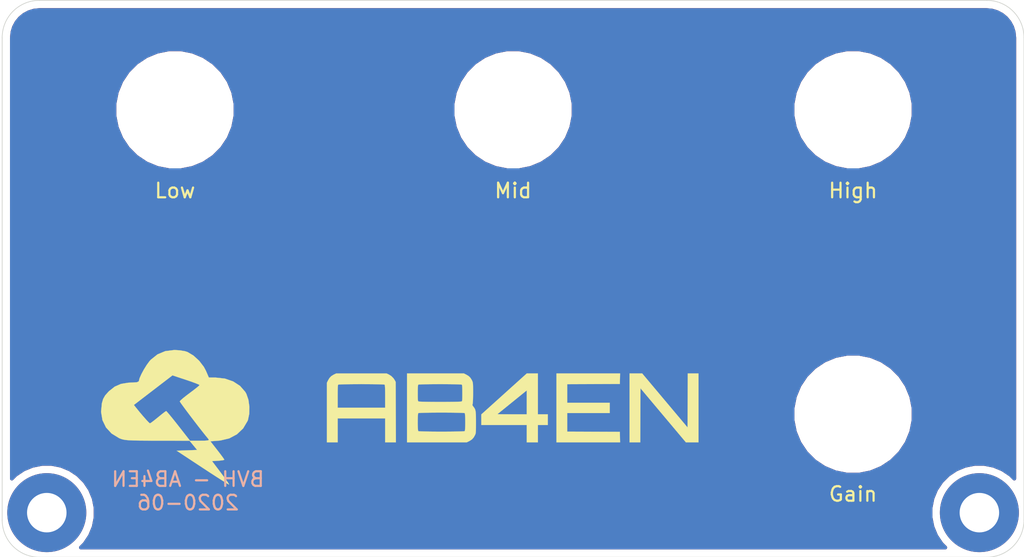
<source format=kicad_pcb>
(kicad_pcb (version 20171130) (host pcbnew "(5.1.6-0-10_14)")

  (general
    (thickness 1.6)
    (drawings 9)
    (tracks 0)
    (zones 0)
    (modules 8)
    (nets 1)
  )

  (page A4)
  (layers
    (0 F.Cu signal)
    (31 B.Cu signal)
    (32 B.Adhes user)
    (33 F.Adhes user)
    (34 B.Paste user)
    (35 F.Paste user)
    (36 B.SilkS user)
    (37 F.SilkS user)
    (38 B.Mask user)
    (39 F.Mask user)
    (40 Dwgs.User user)
    (41 Cmts.User user)
    (42 Eco1.User user)
    (43 Eco2.User user)
    (44 Edge.Cuts user)
    (45 Margin user)
    (46 B.CrtYd user)
    (47 F.CrtYd user)
    (48 B.Fab user)
    (49 F.Fab user)
  )

  (setup
    (last_trace_width 0.25)
    (user_trace_width 0.254)
    (user_trace_width 0.508)
    (user_trace_width 0.762)
    (user_trace_width 1.016)
    (trace_clearance 0.2)
    (zone_clearance 0.508)
    (zone_45_only no)
    (trace_min 0.2)
    (via_size 0.8)
    (via_drill 0.4)
    (via_min_size 0.4)
    (via_min_drill 0.3)
    (uvia_size 0.3)
    (uvia_drill 0.1)
    (uvias_allowed no)
    (uvia_min_size 0.2)
    (uvia_min_drill 0.1)
    (edge_width 0.05)
    (segment_width 0.2)
    (pcb_text_width 0.3)
    (pcb_text_size 1.5 1.5)
    (mod_edge_width 0.12)
    (mod_text_size 1 1)
    (mod_text_width 0.15)
    (pad_size 1.524 1.524)
    (pad_drill 0.762)
    (pad_to_mask_clearance 0.051)
    (solder_mask_min_width 0.25)
    (aux_axis_origin 0 0)
    (visible_elements FFFFFF7F)
    (pcbplotparams
      (layerselection 0x010fc_ffffffff)
      (usegerberextensions false)
      (usegerberattributes false)
      (usegerberadvancedattributes false)
      (creategerberjobfile false)
      (excludeedgelayer true)
      (linewidth 0.100000)
      (plotframeref false)
      (viasonmask false)
      (mode 1)
      (useauxorigin false)
      (hpglpennumber 1)
      (hpglpenspeed 20)
      (hpglpendiameter 15.000000)
      (psnegative false)
      (psa4output false)
      (plotreference true)
      (plotvalue true)
      (plotinvisibletext false)
      (padsonsilk false)
      (subtractmaskfromsilk false)
      (outputformat 1)
      (mirror false)
      (drillshape 0)
      (scaleselection 1)
      (outputdirectory "order 2020-06-02/"))
  )

  (net 0 "")

  (net_class Default "This is the default net class."
    (clearance 0.2)
    (trace_width 0.25)
    (via_dia 0.8)
    (via_drill 0.4)
    (uvia_dia 0.3)
    (uvia_drill 0.1)
  )

  (net_class AGND_SUPPLY ""
    (clearance 0.381)
    (trace_width 0.508)
    (via_dia 1.016)
    (via_drill 0.4)
    (uvia_dia 0.3)
    (uvia_drill 0.1)
  )

  (module BVH_Logos:AB4EN_Orbitron (layer F.Cu) (tedit 0) (tstamp 5ED72950)
    (at 136.5 147.25)
    (fp_text reference G*** (at 0 0) (layer F.SilkS) hide
      (effects (font (size 1.524 1.524) (thickness 0.3)))
    )
    (fp_text value LOGO (at 0.75 0) (layer F.SilkS) hide
      (effects (font (size 1.524 1.524) (thickness 0.3)))
    )
    (fp_poly (pts (xy -8.477895 -2.274845) (xy -8.299053 -2.162423) (xy -8.147666 -2.009433) (xy -8.064692 -1.883084)
      (xy -8.001 -1.763889) (xy -7.985476 2.370667) (xy -8.720667 2.370667) (xy -8.720667 0.733778)
      (xy -11.966223 0.733778) (xy -11.966223 2.370667) (xy -12.7 2.370667) (xy -12.7 -0.770467)
      (xy -11.966223 -0.770467) (xy -11.966223 0) (xy -8.720667 0) (xy -8.720667 -0.770467)
      (xy -8.72145 -1.021674) (xy -8.723911 -1.220539) (xy -8.728224 -1.371144) (xy -8.734561 -1.477572)
      (xy -8.743092 -1.543904) (xy -8.75399 -1.574222) (xy -8.754534 -1.5748) (xy -8.789871 -1.582512)
      (xy -8.875358 -1.589314) (xy -9.004707 -1.595206) (xy -9.171629 -1.600189) (xy -9.369838 -1.604261)
      (xy -9.593045 -1.607424) (xy -9.834964 -1.609676) (xy -10.089305 -1.611019) (xy -10.349781 -1.611452)
      (xy -10.610105 -1.610975) (xy -10.863989 -1.609588) (xy -11.105145 -1.607291) (xy -11.327286 -1.604085)
      (xy -11.524123 -1.599968) (xy -11.68937 -1.594942) (xy -11.816737 -1.589005) (xy -11.899938 -1.582159)
      (xy -11.932356 -1.5748) (xy -11.943364 -1.545993) (xy -11.951997 -1.481354) (xy -11.958427 -1.376802)
      (xy -11.962827 -1.228254) (xy -11.965368 -1.031629) (xy -11.966221 -0.782843) (xy -11.966223 -0.770467)
      (xy -12.7 -0.770467) (xy -12.7 -1.71254) (xy -12.613696 -1.88525) (xy -12.520341 -2.039065)
      (xy -12.407007 -2.15578) (xy -12.257766 -2.250666) (xy -12.206112 -2.275992) (xy -12.065 -2.341893)
      (xy -8.621889 -2.341893) (xy -8.477895 -2.274845)) (layer F.SilkS) (width 0.01))
    (fp_poly (pts (xy -3.166528 -2.25614) (xy -3.012714 -2.162785) (xy -2.895998 -2.049451) (xy -2.801112 -1.90021)
      (xy -2.775786 -1.848556) (xy -2.755061 -1.801841) (xy -2.7392 -1.756396) (xy -2.727551 -1.704122)
      (xy -2.719459 -1.636915) (xy -2.714274 -1.546674) (xy -2.711341 -1.425298) (xy -2.710009 -1.264685)
      (xy -2.709623 -1.056734) (xy -2.70961 -1.027267) (xy -2.710848 -0.797153) (xy -2.714611 -0.599921)
      (xy -2.720672 -0.44131) (xy -2.728806 -0.327063) (xy -2.738784 -0.262917) (xy -2.739884 -0.259453)
      (xy -2.754598 -0.200845) (xy -2.745207 -0.152094) (xy -2.705493 -0.091313) (xy -2.684559 -0.064742)
      (xy -2.635182 0.000391) (xy -2.596177 0.063749) (xy -2.566334 0.13287) (xy -2.544448 0.21529)
      (xy -2.529312 0.318549) (xy -2.519718 0.450183) (xy -2.514459 0.617729) (xy -2.512328 0.828726)
      (xy -2.512054 1.012493) (xy -2.512332 1.234059) (xy -2.513374 1.406943) (xy -2.515774 1.538907)
      (xy -2.520126 1.637714) (xy -2.527024 1.711125) (xy -2.537063 1.766902) (xy -2.550837 1.812808)
      (xy -2.568941 1.856605) (xy -2.57823 1.876778) (xy -2.669674 2.039253) (xy -2.778569 2.161253)
      (xy -2.920184 2.258708) (xy -2.968972 2.284362) (xy -3.141683 2.370667) (xy -7.224889 2.370667)
      (xy -7.224889 0.925733) (xy -6.492998 0.925733) (xy -6.492692 1.090176) (xy -6.4899 1.248082)
      (xy -6.484622 1.388963) (xy -6.476858 1.502331) (xy -6.466608 1.577698) (xy -6.457245 1.603022)
      (xy -6.421907 1.610734) (xy -6.33642 1.617536) (xy -6.207072 1.623428) (xy -6.040149 1.628411)
      (xy -5.841941 1.632483) (xy -5.618733 1.635646) (xy -5.376815 1.637898) (xy -5.122474 1.639241)
      (xy -4.861998 1.639674) (xy -4.601674 1.639197) (xy -4.34779 1.63781) (xy -4.106634 1.635513)
      (xy -3.884493 1.632307) (xy -3.687656 1.62819) (xy -3.522409 1.623164) (xy -3.395042 1.617228)
      (xy -3.31184 1.610381) (xy -3.279423 1.603022) (xy -3.267301 1.56321) (xy -3.257664 1.477497)
      (xy -3.250513 1.356369) (xy -3.245849 1.210315) (xy -3.243669 1.049822) (xy -3.243976 0.885379)
      (xy -3.246768 0.727473) (xy -3.252046 0.586592) (xy -3.25981 0.473224) (xy -3.270059 0.397857)
      (xy -3.279423 0.372533) (xy -3.31476 0.364821) (xy -3.400247 0.358019) (xy -3.529596 0.352127)
      (xy -3.696518 0.347145) (xy -3.894727 0.343072) (xy -4.117934 0.33991) (xy -4.359852 0.337657)
      (xy -4.614194 0.336314) (xy -4.87467 0.335881) (xy -5.134994 0.336358) (xy -5.388878 0.337745)
      (xy -5.630034 0.340042) (xy -5.852175 0.343249) (xy -6.049012 0.347365) (xy -6.214258 0.352392)
      (xy -6.341626 0.358328) (xy -6.424827 0.365174) (xy -6.457245 0.372533) (xy -6.469367 0.412345)
      (xy -6.479004 0.498059) (xy -6.486154 0.619187) (xy -6.490819 0.765241) (xy -6.492998 0.925733)
      (xy -7.224889 0.925733) (xy -7.224889 -0.997647) (xy -6.491112 -0.997647) (xy -6.490668 -0.807966)
      (xy -6.488892 -0.667007) (xy -6.485118 -0.567051) (xy -6.47868 -0.500379) (xy -6.46891 -0.459272)
      (xy -6.455143 -0.436012) (xy -6.441723 -0.425594) (xy -6.402565 -0.41898) (xy -6.313583 -0.413167)
      (xy -6.181393 -0.408158) (xy -6.012609 -0.403955) (xy -5.813848 -0.400562) (xy -5.591723 -0.397981)
      (xy -5.352851 -0.396215) (xy -5.103847 -0.395267) (xy -4.851325 -0.395139) (xy -4.6019 -0.395836)
      (xy -4.362189 -0.397359) (xy -4.138806 -0.399711) (xy -3.938367 -0.402896) (xy -3.767485 -0.406915)
      (xy -3.632778 -0.411773) (xy -3.54086 -0.417471) (xy -3.498345 -0.424013) (xy -3.497701 -0.424326)
      (xy -3.478786 -0.437781) (xy -3.464816 -0.460192) (xy -3.455048 -0.499369) (xy -3.448738 -0.563118)
      (xy -3.445142 -0.659251) (xy -3.443515 -0.795573) (xy -3.443113 -0.979895) (xy -3.443112 -0.997237)
      (xy -3.444433 -1.210254) (xy -3.44855 -1.370813) (xy -3.455693 -1.482841) (xy -3.466093 -1.550267)
      (xy -3.476978 -1.5748) (xy -3.512552 -1.582754) (xy -3.59806 -1.589735) (xy -3.726997 -1.595743)
      (xy -3.892862 -1.60078) (xy -4.089151 -1.604843) (xy -4.309362 -1.607934) (xy -4.546992 -1.610053)
      (xy -4.795537 -1.611199) (xy -5.048496 -1.611373) (xy -5.299364 -1.610574) (xy -5.541639 -1.608803)
      (xy -5.768819 -1.606059) (xy -5.9744 -1.602343) (xy -6.151879 -1.597654) (xy -6.294754 -1.591993)
      (xy -6.396522 -1.585359) (xy -6.450679 -1.577753) (xy -6.457245 -1.5748) (xy -6.470437 -1.540389)
      (xy -6.480184 -1.46452) (xy -6.486717 -1.343266) (xy -6.490266 -1.172701) (xy -6.491112 -0.997647)
      (xy -7.224889 -0.997647) (xy -7.224889 -2.342444) (xy -3.339238 -2.342444) (xy -3.166528 -2.25614)) (layer F.SilkS) (width 0.01))
    (fp_poly (pts (xy 1.721555 0.451556) (xy 2.398888 0.451556) (xy 2.398888 1.185333) (xy 1.721555 1.185333)
      (xy 1.721555 2.370667) (xy 0.959555 2.370667) (xy 0.959555 1.185333) (xy -2.144889 1.185333)
      (xy -2.144889 0.459109) (xy -2.124473 0.440695) (xy -1.041871 0.440695) (xy -1.017479 0.443196)
      (xy -0.942872 0.445493) (xy -0.824278 0.447519) (xy -0.667924 0.449206) (xy -0.480041 0.450487)
      (xy -0.266856 0.451292) (xy -0.047038 0.451556) (xy 0.959555 0.451556) (xy 0.959555 -1.183472)
      (xy -0.035278 -0.376818) (xy -0.23992 -0.210858) (xy -0.430885 -0.055934) (xy -0.603748 0.084358)
      (xy -0.75408 0.206423) (xy -0.877456 0.306666) (xy -0.96945 0.381492) (xy -1.025634 0.427306)
      (xy -1.041871 0.440695) (xy -2.124473 0.440695) (xy -0.591753 -0.941668) (xy 0.961383 -2.342444)
      (xy 1.721555 -2.342444) (xy 1.721555 0.451556)) (layer F.SilkS) (width 0.01))
    (fp_poly (pts (xy 7.323666 -1.622778) (xy 5.5245 -1.615513) (xy 3.725333 -1.608249) (xy 3.725333 -0.338667)
      (xy 6.632222 -0.338667) (xy 6.632222 0.366889) (xy 3.725333 0.366889) (xy 3.725333 1.636471)
      (xy 5.5245 1.643735) (xy 7.323666 1.651) (xy 7.331565 2.010833) (xy 7.339464 2.370667)
      (xy 2.991555 2.370667) (xy 2.991555 -2.342444) (xy 7.339464 -2.342444) (xy 7.323666 -1.622778)) (layer F.SilkS) (width 0.01))
    (fp_poly (pts (xy 10.40136 -0.495595) (xy 11.952111 1.351255) (xy 11.959369 -0.495595) (xy 11.966628 -2.342444)
      (xy 12.7 -2.342444) (xy 12.7 2.370667) (xy 12.269611 2.370657) (xy 11.839222 2.370646)
      (xy 10.287 0.521745) (xy 8.734777 -1.327156) (xy 8.727519 0.521755) (xy 8.72026 2.370667)
      (xy 7.986888 2.370667) (xy 7.986888 -2.342444) (xy 8.850609 -2.342444) (xy 10.40136 -0.495595)) (layer F.SilkS) (width 0.01))
  )

  (module Mounting_Holes:MountingHole_2.7mm_M2.5_Pad (layer F.Cu) (tedit 56D1B4CB) (tstamp 5EC20DFE)
    (at 168.402 154.432)
    (descr "Mounting Hole 2.7mm, M2.5")
    (tags "mounting hole 2.7mm m2.5")
    (attr virtual)
    (fp_text reference REF** (at 0 -3.7) (layer F.SilkS) hide
      (effects (font (size 1 1) (thickness 0.15)))
    )
    (fp_text value MountingHole_2.7mm_M2.5_Pad (at 0 3.7) (layer F.Fab) hide
      (effects (font (size 1 1) (thickness 0.15)))
    )
    (fp_circle (center 0 0) (end 2.7 0) (layer Cmts.User) (width 0.15))
    (fp_circle (center 0 0) (end 2.95 0) (layer F.CrtYd) (width 0.05))
    (fp_text user %R (at 0.3 0) (layer F.Fab)
      (effects (font (size 1 1) (thickness 0.15)))
    )
    (pad 1 thru_hole circle (at 0 0) (size 5.4 5.4) (drill 2.7) (layers *.Cu *.Mask))
  )

  (module Mounting_Holes:MountingHole_2.7mm_M2.5_Pad (layer F.Cu) (tedit 56D1B4CB) (tstamp 5EC20E22)
    (at 104.648 154.432)
    (descr "Mounting Hole 2.7mm, M2.5")
    (tags "mounting hole 2.7mm m2.5")
    (attr virtual)
    (fp_text reference REF** (at 0 -3.7) (layer F.SilkS) hide
      (effects (font (size 1 1) (thickness 0.15)))
    )
    (fp_text value MountingHole_2.7mm_M2.5_Pad (at 0 3.7) (layer F.Fab) hide
      (effects (font (size 1 1) (thickness 0.15)))
    )
    (fp_circle (center 0 0) (end 2.7 0) (layer Cmts.User) (width 0.15))
    (fp_circle (center 0 0) (end 2.95 0) (layer F.CrtYd) (width 0.05))
    (fp_text user %R (at 0.3 0) (layer F.Fab)
      (effects (font (size 1 1) (thickness 0.15)))
    )
    (pad 1 thru_hole circle (at 0 0) (size 5.4 5.4) (drill 2.7) (layers *.Cu *.Mask))
  )

  (module BVH_Logos:SkyIron_logo (layer F.Cu) (tedit 5EC1B493) (tstamp 5ED66C08)
    (at 113.4 147.9)
    (fp_text reference G*** (at 0 0) (layer F.SilkS) hide
      (effects (font (size 1.524 1.524) (thickness 0.3)))
    )
    (fp_text value LOGO (at 0.75 0) (layer F.SilkS) hide
      (effects (font (size 1.524 1.524) (thickness 0.3)))
    )
    (fp_poly (pts (xy 0.352298 -4.573742) (xy 0.683687 -4.517714) (xy 0.86272 -4.462771) (xy 1.273325 -4.218391)
      (xy 1.66531 -3.860141) (xy 1.987328 -3.44029) (xy 2.128218 -3.174524) (xy 2.328333 -2.712223)
      (xy 2.794 -2.710306) (xy 3.425409 -2.641024) (xy 3.988288 -2.447098) (xy 4.458635 -2.141285)
      (xy 4.812451 -1.736342) (xy 4.894001 -1.594084) (xy 5.032153 -1.193063) (xy 5.09823 -0.714943)
      (xy 5.089066 -0.230464) (xy 5.001495 0.189635) (xy 4.976721 0.254) (xy 4.672386 0.76751)
      (xy 4.248022 1.170759) (xy 3.722002 1.45105) (xy 3.112699 1.595686) (xy 3.022731 1.604313)
      (xy 2.434717 1.651) (xy 2.910692 2.258653) (xy 3.120043 2.530443) (xy 3.282456 2.749903)
      (xy 3.374432 2.884854) (xy 3.386666 2.910395) (xy 3.310537 2.940286) (xy 3.116056 2.9681)
      (xy 2.967047 2.980076) (xy 2.547428 3.005667) (xy 3.143716 3.795609) (xy 3.374536 4.106555)
      (xy 3.558739 4.364629) (xy 3.677279 4.542435) (xy 3.711502 4.612312) (xy 3.636134 4.575026)
      (xy 3.438977 4.456125) (xy 3.139225 4.267785) (xy 2.756075 4.022182) (xy 2.308721 3.731492)
      (xy 1.905 3.46641) (xy 0.127 2.293746) (xy 0.827415 2.268707) (xy 1.527831 2.243667)
      (xy 1.003671 1.608667) (xy -1.212665 1.606807) (xy -1.890604 1.605383) (xy -2.421873 1.601369)
      (xy -2.829131 1.593245) (xy -3.135035 1.579491) (xy -3.362246 1.558584) (xy -3.533422 1.529005)
      (xy -3.671223 1.489233) (xy -3.798308 1.437746) (xy -3.81 1.432483) (xy -4.323592 1.116403)
      (xy -4.705101 0.701144) (xy -4.946681 0.20259) (xy -5.040481 -0.363375) (xy -4.996269 -0.836434)
      (xy -2.798242 -0.836434) (xy -2.647955 -0.647268) (xy -2.402018 -0.344738) (xy -2.159008 -0.057756)
      (xy -1.944327 0.184998) (xy -1.783377 0.354841) (xy -1.701563 0.423095) (xy -1.699719 0.423334)
      (xy -1.614557 0.372883) (xy -1.435575 0.239209) (xy -1.197916 0.048824) (xy -1.141472 0.00215)
      (xy -0.896728 -0.197243) (xy -0.704357 -0.346257) (xy -0.598946 -0.418301) (xy -0.590825 -0.421183)
      (xy -0.526179 -0.358752) (xy -0.377132 -0.185219) (xy -0.162685 0.07642) (xy 0.098158 0.403172)
      (xy 0.246985 0.592667) (xy 1.04062 1.608667) (xy 1.718765 1.608667) (xy 2.05191 1.606201)
      (xy 2.243124 1.593901) (xy 2.319792 1.564409) (xy 2.309298 1.51037) (xy 2.270337 1.4605)
      (xy 2.104335 1.259055) (xy 1.881268 0.978433) (xy 1.620458 0.644065) (xy 1.34123 0.281383)
      (xy 1.062906 -0.084183) (xy 0.804811 -0.427202) (xy 0.586267 -0.722242) (xy 0.4266 -0.943873)
      (xy 0.345131 -1.066663) (xy 0.338666 -1.081696) (xy 0.402718 -1.158891) (xy 0.575234 -1.309563)
      (xy 0.826753 -1.508952) (xy 1.016 -1.651) (xy 1.302246 -1.866231) (xy 1.528633 -2.045344)
      (xy 1.665847 -2.164631) (xy 1.693333 -2.1988) (xy 1.61797 -2.243222) (xy 1.413127 -2.326799)
      (xy 1.110671 -2.437298) (xy 0.766626 -2.554522) (xy -0.16008 -2.860681) (xy -1.479161 -1.848558)
      (xy -2.798242 -0.836434) (xy -4.996269 -0.836434) (xy -4.985894 -0.94744) (xy -4.89946 -1.246889)
      (xy -4.759666 -1.492027) (xy -4.525047 -1.753243) (xy -4.492198 -1.785465) (xy -4.106769 -2.090263)
      (xy -3.679934 -2.276987) (xy -3.167773 -2.361616) (xy -2.883508 -2.370666) (xy -2.591044 -2.390779)
      (xy -2.462171 -2.451268) (xy -2.455267 -2.4765) (xy -2.408653 -2.665778) (xy -2.286395 -2.943484)
      (xy -2.11462 -3.262706) (xy -1.919456 -3.576536) (xy -1.727032 -3.838063) (xy -1.647167 -3.92734)
      (xy -1.181632 -4.298801) (xy -0.65499 -4.518799) (xy -0.047036 -4.595544) (xy -0.001976 -4.595766)
      (xy 0.352298 -4.573742)) (layer F.SilkS) (width 0.01))
  )

  (module BVH_Components_Misc:Potentiometer_Bulkhead_Hole (layer F.Cu) (tedit 5ED65709) (tstamp 5ED655FA)
    (at 113.411 134.366)
    (descr "Potentiometer, horizontally mounted, Omeg PC16PU, Omeg PC16PU, Omeg PC16PU, Vishay/Spectrol 248GJ/249GJ Single, Vishay/Spectrol 248GJ/249GJ Single, Vishay/Spectrol 248GJ/249GJ Single, Vishay/Spectrol 248GH/249GH Single, Vishay/Spectrol 148/149 Single, Vishay/Spectrol 148/149 Single, Vishay/Spectrol 148/149 Single, Vishay/Spectrol 148A/149A Single with mounting plates, Vishay/Spectrol 148/149 Double, Vishay/Spectrol 148A/149A Double with mounting plates, Piher PC-16 Single, Piher PC-16 Single, Piher PC-16 Single, Piher PC-16SV Single, Piher PC-16 Double, Piher PC-16 Triple, Piher T16H Single, Piher T16L Single, Piher T16H Double, Alps RK163 Single, Alps RK163 Double, Alps RK097 Single, Alps RK097 Double, Bourns PTV09A-2 Single with mounting sleve Single, Bourns PTV09A-1 with mounting sleve Single, Bourns PRS11S Single, Alps RK09K Single with mounting sleve Single, Alps RK09K with mounting sleve Single, http://www.alps.com/prod/info/E/HTML/Potentiometer/RotaryPotentiometers/RK09K/RK09D1130C1B.html")
    (tags "Potentiometer horizontal  Omeg PC16PU  Omeg PC16PU  Omeg PC16PU  Vishay/Spectrol 248GJ/249GJ Single  Vishay/Spectrol 248GJ/249GJ Single  Vishay/Spectrol 248GJ/249GJ Single  Vishay/Spectrol 248GH/249GH Single  Vishay/Spectrol 148/149 Single  Vishay/Spectrol 148/149 Single  Vishay/Spectrol 148/149 Single  Vishay/Spectrol 148A/149A Single with mounting plates  Vishay/Spectrol 148/149 Double  Vishay/Spectrol 148A/149A Double with mounting plates  Piher PC-16 Single  Piher PC-16 Single  Piher PC-16 Single  Piher PC-16SV Single  Piher PC-16 Double  Piher PC-16 Triple  Piher T16H Single  Piher T16L Single  Piher T16H Double  Alps RK163 Single  Alps RK163 Double  Alps RK097 Single  Alps RK097 Double  Bourns PTV09A-2 Single with mounting sleve Single  Bourns PTV09A-1 with mounting sleve Single  Bourns PRS11S Single  Alps RK09K Single with mounting sleve Single  Alps RK09K with mounting sleve Single")
    (path /5E39A5DA/5E4118E7)
    (fp_text reference RV1 (at -7.65 -6.05 90) (layer F.Fab)
      (effects (font (size 1 1) (thickness 0.15)))
    )
    (fp_text value 10k (at 7.65 -6.05 90) (layer F.Fab)
      (effects (font (size 1 1) (thickness 0.15)))
    )
    (fp_line (start -4.9 -1) (end 4.9 -1) (layer F.Fab) (width 0.1))
    (fp_line (start 4.9 -1) (end 4.9 -13) (layer F.Fab) (width 0.1))
    (fp_line (start 4.9 -13) (end -4.9 -13) (layer F.Fab) (width 0.1))
    (fp_line (start -4.9 -13) (end -4.9 -1) (layer F.Fab) (width 0.1))
    (fp_text user Low (at 0 -1.966) (layer F.SilkS)
      (effects (font (size 1 1) (thickness 0.15)))
    )
    (pad "" np_thru_hole circle (at 0 -7.5) (size 7 7) (drill 7) (layers *.Cu *.Mask))
    (model Potentiometers.3dshapes/Potentiometer_Alps_RK09K_Horizontal.wrl
      (at (xyz 0 0 0))
      (scale (xyz 0.393701 0.393701 0.393701))
      (rotate (xyz 0 0 0))
    )
  )

  (module BVH_Components_Misc:Potentiometer_Bulkhead_Hole (layer F.Cu) (tedit 5ED65709) (tstamp 5EC1FADC)
    (at 159.766 155.194)
    (descr "Potentiometer, horizontally mounted, Omeg PC16PU, Omeg PC16PU, Omeg PC16PU, Vishay/Spectrol 248GJ/249GJ Single, Vishay/Spectrol 248GJ/249GJ Single, Vishay/Spectrol 248GJ/249GJ Single, Vishay/Spectrol 248GH/249GH Single, Vishay/Spectrol 148/149 Single, Vishay/Spectrol 148/149 Single, Vishay/Spectrol 148/149 Single, Vishay/Spectrol 148A/149A Single with mounting plates, Vishay/Spectrol 148/149 Double, Vishay/Spectrol 148A/149A Double with mounting plates, Piher PC-16 Single, Piher PC-16 Single, Piher PC-16 Single, Piher PC-16SV Single, Piher PC-16 Double, Piher PC-16 Triple, Piher T16H Single, Piher T16L Single, Piher T16H Double, Alps RK163 Single, Alps RK163 Double, Alps RK097 Single, Alps RK097 Double, Bourns PTV09A-2 Single with mounting sleve Single, Bourns PTV09A-1 with mounting sleve Single, Bourns PRS11S Single, Alps RK09K Single with mounting sleve Single, Alps RK09K with mounting sleve Single, http://www.alps.com/prod/info/E/HTML/Potentiometer/RotaryPotentiometers/RK09K/RK09D1130C1B.html")
    (tags "Potentiometer horizontal  Omeg PC16PU  Omeg PC16PU  Omeg PC16PU  Vishay/Spectrol 248GJ/249GJ Single  Vishay/Spectrol 248GJ/249GJ Single  Vishay/Spectrol 248GJ/249GJ Single  Vishay/Spectrol 248GH/249GH Single  Vishay/Spectrol 148/149 Single  Vishay/Spectrol 148/149 Single  Vishay/Spectrol 148/149 Single  Vishay/Spectrol 148A/149A Single with mounting plates  Vishay/Spectrol 148/149 Double  Vishay/Spectrol 148A/149A Double with mounting plates  Piher PC-16 Single  Piher PC-16 Single  Piher PC-16 Single  Piher PC-16SV Single  Piher PC-16 Double  Piher PC-16 Triple  Piher T16H Single  Piher T16L Single  Piher T16H Double  Alps RK163 Single  Alps RK163 Double  Alps RK097 Single  Alps RK097 Double  Bourns PTV09A-2 Single with mounting sleve Single  Bourns PTV09A-1 with mounting sleve Single  Bourns PRS11S Single  Alps RK09K Single with mounting sleve Single  Alps RK09K with mounting sleve Single")
    (path /5E413EC8/5E4C4B5E)
    (fp_text reference RV4 (at -7.65 -6.05 90) (layer F.Fab)
      (effects (font (size 1 1) (thickness 0.15)))
    )
    (fp_text value 10k (at 7.65 -6.05 90) (layer F.Fab)
      (effects (font (size 1 1) (thickness 0.15)))
    )
    (fp_line (start -4.9 -1) (end 4.9 -1) (layer F.Fab) (width 0.1))
    (fp_line (start 4.9 -1) (end 4.9 -13) (layer F.Fab) (width 0.1))
    (fp_line (start 4.9 -13) (end -4.9 -13) (layer F.Fab) (width 0.1))
    (fp_line (start -4.9 -13) (end -4.9 -1) (layer F.Fab) (width 0.1))
    (fp_text user Gain (at 0 -2.032) (layer F.SilkS)
      (effects (font (size 1 1) (thickness 0.15)))
    )
    (pad "" np_thru_hole circle (at 0 -7.5) (size 7 7) (drill 7) (layers *.Cu *.Mask))
    (model Potentiometers.3dshapes/Potentiometer_Alps_RK09K_Horizontal.wrl
      (at (xyz 0 0 0))
      (scale (xyz 0.393701 0.393701 0.393701))
      (rotate (xyz 0 0 0))
    )
  )

  (module BVH_Components_Misc:Potentiometer_Bulkhead_Hole (layer F.Cu) (tedit 5ED65709) (tstamp 5EC1D621)
    (at 159.766 134.366)
    (descr "Potentiometer, horizontally mounted, Omeg PC16PU, Omeg PC16PU, Omeg PC16PU, Vishay/Spectrol 248GJ/249GJ Single, Vishay/Spectrol 248GJ/249GJ Single, Vishay/Spectrol 248GJ/249GJ Single, Vishay/Spectrol 248GH/249GH Single, Vishay/Spectrol 148/149 Single, Vishay/Spectrol 148/149 Single, Vishay/Spectrol 148/149 Single, Vishay/Spectrol 148A/149A Single with mounting plates, Vishay/Spectrol 148/149 Double, Vishay/Spectrol 148A/149A Double with mounting plates, Piher PC-16 Single, Piher PC-16 Single, Piher PC-16 Single, Piher PC-16SV Single, Piher PC-16 Double, Piher PC-16 Triple, Piher T16H Single, Piher T16L Single, Piher T16H Double, Alps RK163 Single, Alps RK163 Double, Alps RK097 Single, Alps RK097 Double, Bourns PTV09A-2 Single with mounting sleve Single, Bourns PTV09A-1 with mounting sleve Single, Bourns PRS11S Single, Alps RK09K Single with mounting sleve Single, Alps RK09K with mounting sleve Single, http://www.alps.com/prod/info/E/HTML/Potentiometer/RotaryPotentiometers/RK09K/RK09D1130C1B.html")
    (tags "Potentiometer horizontal  Omeg PC16PU  Omeg PC16PU  Omeg PC16PU  Vishay/Spectrol 248GJ/249GJ Single  Vishay/Spectrol 248GJ/249GJ Single  Vishay/Spectrol 248GJ/249GJ Single  Vishay/Spectrol 248GH/249GH Single  Vishay/Spectrol 148/149 Single  Vishay/Spectrol 148/149 Single  Vishay/Spectrol 148/149 Single  Vishay/Spectrol 148A/149A Single with mounting plates  Vishay/Spectrol 148/149 Double  Vishay/Spectrol 148A/149A Double with mounting plates  Piher PC-16 Single  Piher PC-16 Single  Piher PC-16 Single  Piher PC-16SV Single  Piher PC-16 Double  Piher PC-16 Triple  Piher T16H Single  Piher T16L Single  Piher T16H Double  Alps RK163 Single  Alps RK163 Double  Alps RK097 Single  Alps RK097 Double  Bourns PTV09A-2 Single with mounting sleve Single  Bourns PTV09A-1 with mounting sleve Single  Bourns PRS11S Single  Alps RK09K Single with mounting sleve Single  Alps RK09K with mounting sleve Single")
    (path /5E41292B/5E4118E7)
    (fp_text reference RV3 (at -7.65 -6.05 90) (layer F.Fab)
      (effects (font (size 1 1) (thickness 0.15)))
    )
    (fp_text value 10k (at 7.65 -6.05 90) (layer F.Fab)
      (effects (font (size 1 1) (thickness 0.15)))
    )
    (fp_line (start -4.9 -13) (end -4.9 -1) (layer F.Fab) (width 0.1))
    (fp_line (start 4.9 -13) (end -4.9 -13) (layer F.Fab) (width 0.1))
    (fp_line (start 4.9 -1) (end 4.9 -13) (layer F.Fab) (width 0.1))
    (fp_line (start -4.9 -1) (end 4.9 -1) (layer F.Fab) (width 0.1))
    (fp_text user High (at 0 -1.966) (layer F.SilkS)
      (effects (font (size 1 1) (thickness 0.15)))
    )
    (pad "" np_thru_hole circle (at 0 -7.5) (size 7 7) (drill 7) (layers *.Cu *.Mask))
    (model Potentiometers.3dshapes/Potentiometer_Alps_RK09K_Horizontal.wrl
      (at (xyz 0 0 0))
      (scale (xyz 0.393701 0.393701 0.393701))
      (rotate (xyz 0 0 0))
    )
  )

  (module BVH_Components_Misc:Potentiometer_Bulkhead_Hole (layer F.Cu) (tedit 5ED65709) (tstamp 5EC1D483)
    (at 136.525 134.366)
    (descr "Potentiometer, horizontally mounted, Omeg PC16PU, Omeg PC16PU, Omeg PC16PU, Vishay/Spectrol 248GJ/249GJ Single, Vishay/Spectrol 248GJ/249GJ Single, Vishay/Spectrol 248GJ/249GJ Single, Vishay/Spectrol 248GH/249GH Single, Vishay/Spectrol 148/149 Single, Vishay/Spectrol 148/149 Single, Vishay/Spectrol 148/149 Single, Vishay/Spectrol 148A/149A Single with mounting plates, Vishay/Spectrol 148/149 Double, Vishay/Spectrol 148A/149A Double with mounting plates, Piher PC-16 Single, Piher PC-16 Single, Piher PC-16 Single, Piher PC-16SV Single, Piher PC-16 Double, Piher PC-16 Triple, Piher T16H Single, Piher T16L Single, Piher T16H Double, Alps RK163 Single, Alps RK163 Double, Alps RK097 Single, Alps RK097 Double, Bourns PTV09A-2 Single with mounting sleve Single, Bourns PTV09A-1 with mounting sleve Single, Bourns PRS11S Single, Alps RK09K Single with mounting sleve Single, Alps RK09K with mounting sleve Single, http://www.alps.com/prod/info/E/HTML/Potentiometer/RotaryPotentiometers/RK09K/RK09D1130C1B.html")
    (tags "Potentiometer horizontal  Omeg PC16PU  Omeg PC16PU  Omeg PC16PU  Vishay/Spectrol 248GJ/249GJ Single  Vishay/Spectrol 248GJ/249GJ Single  Vishay/Spectrol 248GJ/249GJ Single  Vishay/Spectrol 248GH/249GH Single  Vishay/Spectrol 148/149 Single  Vishay/Spectrol 148/149 Single  Vishay/Spectrol 148/149 Single  Vishay/Spectrol 148A/149A Single with mounting plates  Vishay/Spectrol 148/149 Double  Vishay/Spectrol 148A/149A Double with mounting plates  Piher PC-16 Single  Piher PC-16 Single  Piher PC-16 Single  Piher PC-16SV Single  Piher PC-16 Double  Piher PC-16 Triple  Piher T16H Single  Piher T16L Single  Piher T16H Double  Alps RK163 Single  Alps RK163 Double  Alps RK097 Single  Alps RK097 Double  Bourns PTV09A-2 Single with mounting sleve Single  Bourns PTV09A-1 with mounting sleve Single  Bourns PRS11S Single  Alps RK09K Single with mounting sleve Single  Alps RK09K with mounting sleve Single")
    (path /5E41281A/5E4118E7)
    (fp_text reference RV2 (at -7.65 -6.05 90) (layer F.Fab)
      (effects (font (size 1 1) (thickness 0.15)))
    )
    (fp_text value 10k (at 7.65 -6.05 90) (layer F.Fab)
      (effects (font (size 1 1) (thickness 0.15)))
    )
    (fp_line (start -4.9 -1) (end 4.9 -1) (layer F.Fab) (width 0.1))
    (fp_line (start 4.9 -1) (end 4.9 -13) (layer F.Fab) (width 0.1))
    (fp_line (start 4.9 -13) (end -4.9 -13) (layer F.Fab) (width 0.1))
    (fp_line (start -4.9 -13) (end -4.9 -1) (layer F.Fab) (width 0.1))
    (fp_text user Mid (at 0 -1.966) (layer F.SilkS)
      (effects (font (size 1 1) (thickness 0.15)))
    )
    (pad "" np_thru_hole circle (at 0 -7.5) (size 7 7) (drill 7) (layers *.Cu *.Mask))
    (model Potentiometers.3dshapes/Potentiometer_Alps_RK09K_Horizontal.wrl
      (at (xyz 0 0 0))
      (scale (xyz 0.393701 0.393701 0.393701))
      (rotate (xyz 0 0 0))
    )
  )

  (gr_text "BVH - AB4EN\n2020-06" (at 114.3 152.95) (layer B.SilkS)
    (effects (font (size 1 1) (thickness 0.15)) (justify mirror))
  )
  (gr_line (start 104.14 157.48) (end 168.91 157.48) (layer Edge.Cuts) (width 0.05) (tstamp 5ED66BF9))
  (gr_arc (start 104.14 121.92) (end 104.14 119.38) (angle -90) (layer Edge.Cuts) (width 0.05))
  (gr_arc (start 104.14 154.94) (end 101.6 154.94) (angle -90) (layer Edge.Cuts) (width 0.05))
  (gr_arc (start 168.91 154.94) (end 168.91 157.48) (angle -90) (layer Edge.Cuts) (width 0.05))
  (gr_arc (start 168.91 121.92) (end 171.45 121.92) (angle -90) (layer Edge.Cuts) (width 0.05))
  (gr_line (start 101.6 154.94) (end 101.6 121.92) (layer Edge.Cuts) (width 0.05) (tstamp 5EC1D65F))
  (gr_line (start 171.45 121.92) (end 171.45 154.94) (layer Edge.Cuts) (width 0.05) (tstamp 5EC1D827))
  (gr_line (start 104.14 119.38) (end 168.91 119.38) (layer Edge.Cuts) (width 0.05) (tstamp 5EC1AC41))

  (zone (net 0) (net_name "") (layer F.Cu) (tstamp 5ED7297D) (hatch edge 0.508)
    (connect_pads (clearance 0.508))
    (min_thickness 0.254)
    (fill yes (arc_segments 32) (thermal_gap 0.508) (thermal_bridge_width 0.508))
    (polygon
      (pts
        (xy 171.35 157.45) (xy 101.5 157.45) (xy 101.5 119.5) (xy 101.55 119.45) (xy 171.35 119.45)
      )
    )
    (filled_polygon
      (pts
        (xy 169.274545 120.078909) (xy 169.625208 120.18478) (xy 169.948625 120.356744) (xy 170.232484 120.588254) (xy 170.465965 120.870486)
        (xy 170.640183 121.192695) (xy 170.748502 121.542614) (xy 170.79 121.937443) (xy 170.790001 152.103598) (xy 170.527939 151.841536)
        (xy 169.981715 151.476561) (xy 169.374784 151.225162) (xy 168.730469 151.097) (xy 168.073531 151.097) (xy 167.429216 151.225162)
        (xy 166.822285 151.476561) (xy 166.276061 151.841536) (xy 165.811536 152.306061) (xy 165.446561 152.852285) (xy 165.195162 153.459216)
        (xy 165.067 154.103531) (xy 165.067 154.760469) (xy 165.195162 155.404784) (xy 165.446561 156.011715) (xy 165.811536 156.557939)
        (xy 166.073597 156.82) (xy 106.976403 156.82) (xy 107.238464 156.557939) (xy 107.603439 156.011715) (xy 107.854838 155.404784)
        (xy 107.983 154.760469) (xy 107.983 154.103531) (xy 107.854838 153.459216) (xy 107.603439 152.852285) (xy 107.238464 152.306061)
        (xy 106.773939 151.841536) (xy 106.227715 151.476561) (xy 105.620784 151.225162) (xy 104.976469 151.097) (xy 104.319531 151.097)
        (xy 103.675216 151.225162) (xy 103.068285 151.476561) (xy 102.522061 151.841536) (xy 102.26 152.103597) (xy 102.26 147.286738)
        (xy 155.631 147.286738) (xy 155.631 148.101262) (xy 155.789906 148.900135) (xy 156.101611 149.652657) (xy 156.554136 150.329909)
        (xy 157.130091 150.905864) (xy 157.807343 151.358389) (xy 158.559865 151.670094) (xy 159.358738 151.829) (xy 160.173262 151.829)
        (xy 160.972135 151.670094) (xy 161.724657 151.358389) (xy 162.401909 150.905864) (xy 162.977864 150.329909) (xy 163.430389 149.652657)
        (xy 163.742094 148.900135) (xy 163.901 148.101262) (xy 163.901 147.286738) (xy 163.742094 146.487865) (xy 163.430389 145.735343)
        (xy 162.977864 145.058091) (xy 162.401909 144.482136) (xy 161.724657 144.029611) (xy 160.972135 143.717906) (xy 160.173262 143.559)
        (xy 159.358738 143.559) (xy 158.559865 143.717906) (xy 157.807343 144.029611) (xy 157.130091 144.482136) (xy 156.554136 145.058091)
        (xy 156.101611 145.735343) (xy 155.789906 146.487865) (xy 155.631 147.286738) (xy 102.26 147.286738) (xy 102.26 126.458738)
        (xy 109.276 126.458738) (xy 109.276 127.273262) (xy 109.434906 128.072135) (xy 109.746611 128.824657) (xy 110.199136 129.501909)
        (xy 110.775091 130.077864) (xy 111.452343 130.530389) (xy 112.204865 130.842094) (xy 113.003738 131.001) (xy 113.818262 131.001)
        (xy 114.617135 130.842094) (xy 115.369657 130.530389) (xy 116.046909 130.077864) (xy 116.622864 129.501909) (xy 117.075389 128.824657)
        (xy 117.387094 128.072135) (xy 117.546 127.273262) (xy 117.546 126.458738) (xy 132.39 126.458738) (xy 132.39 127.273262)
        (xy 132.548906 128.072135) (xy 132.860611 128.824657) (xy 133.313136 129.501909) (xy 133.889091 130.077864) (xy 134.566343 130.530389)
        (xy 135.318865 130.842094) (xy 136.117738 131.001) (xy 136.932262 131.001) (xy 137.731135 130.842094) (xy 138.483657 130.530389)
        (xy 139.160909 130.077864) (xy 139.736864 129.501909) (xy 140.189389 128.824657) (xy 140.501094 128.072135) (xy 140.66 127.273262)
        (xy 140.66 126.458738) (xy 155.631 126.458738) (xy 155.631 127.273262) (xy 155.789906 128.072135) (xy 156.101611 128.824657)
        (xy 156.554136 129.501909) (xy 157.130091 130.077864) (xy 157.807343 130.530389) (xy 158.559865 130.842094) (xy 159.358738 131.001)
        (xy 160.173262 131.001) (xy 160.972135 130.842094) (xy 161.724657 130.530389) (xy 162.401909 130.077864) (xy 162.977864 129.501909)
        (xy 163.430389 128.824657) (xy 163.742094 128.072135) (xy 163.901 127.273262) (xy 163.901 126.458738) (xy 163.742094 125.659865)
        (xy 163.430389 124.907343) (xy 162.977864 124.230091) (xy 162.401909 123.654136) (xy 161.724657 123.201611) (xy 160.972135 122.889906)
        (xy 160.173262 122.731) (xy 159.358738 122.731) (xy 158.559865 122.889906) (xy 157.807343 123.201611) (xy 157.130091 123.654136)
        (xy 156.554136 124.230091) (xy 156.101611 124.907343) (xy 155.789906 125.659865) (xy 155.631 126.458738) (xy 140.66 126.458738)
        (xy 140.501094 125.659865) (xy 140.189389 124.907343) (xy 139.736864 124.230091) (xy 139.160909 123.654136) (xy 138.483657 123.201611)
        (xy 137.731135 122.889906) (xy 136.932262 122.731) (xy 136.117738 122.731) (xy 135.318865 122.889906) (xy 134.566343 123.201611)
        (xy 133.889091 123.654136) (xy 133.313136 124.230091) (xy 132.860611 124.907343) (xy 132.548906 125.659865) (xy 132.39 126.458738)
        (xy 117.546 126.458738) (xy 117.387094 125.659865) (xy 117.075389 124.907343) (xy 116.622864 124.230091) (xy 116.046909 123.654136)
        (xy 115.369657 123.201611) (xy 114.617135 122.889906) (xy 113.818262 122.731) (xy 113.003738 122.731) (xy 112.204865 122.889906)
        (xy 111.452343 123.201611) (xy 110.775091 123.654136) (xy 110.199136 124.230091) (xy 109.746611 124.907343) (xy 109.434906 125.659865)
        (xy 109.276 126.458738) (xy 102.26 126.458738) (xy 102.26 121.952279) (xy 102.298909 121.555455) (xy 102.40478 121.204792)
        (xy 102.576744 120.881375) (xy 102.808254 120.597516) (xy 103.090486 120.364035) (xy 103.412695 120.189817) (xy 103.762614 120.081498)
        (xy 104.157443 120.04) (xy 168.877721 120.04)
      )
    )
  )
  (zone (net 0) (net_name "") (layer B.Cu) (tstamp 5ED7297A) (hatch edge 0.508)
    (connect_pads (clearance 0.508))
    (min_thickness 0.254)
    (fill yes (arc_segments 32) (thermal_gap 0.508) (thermal_bridge_width 0.508))
    (polygon
      (pts
        (xy 171.3 157.4) (xy 101.45 157.4) (xy 101.45 119.45) (xy 101.5 119.4) (xy 171.3 119.4)
      )
    )
    (filled_polygon
      (pts
        (xy 169.274545 120.078909) (xy 169.625208 120.18478) (xy 169.948625 120.356744) (xy 170.232484 120.588254) (xy 170.465965 120.870486)
        (xy 170.640183 121.192695) (xy 170.748502 121.542614) (xy 170.79 121.937443) (xy 170.790001 152.103598) (xy 170.527939 151.841536)
        (xy 169.981715 151.476561) (xy 169.374784 151.225162) (xy 168.730469 151.097) (xy 168.073531 151.097) (xy 167.429216 151.225162)
        (xy 166.822285 151.476561) (xy 166.276061 151.841536) (xy 165.811536 152.306061) (xy 165.446561 152.852285) (xy 165.195162 153.459216)
        (xy 165.067 154.103531) (xy 165.067 154.760469) (xy 165.195162 155.404784) (xy 165.446561 156.011715) (xy 165.811536 156.557939)
        (xy 166.073597 156.82) (xy 106.976403 156.82) (xy 107.238464 156.557939) (xy 107.603439 156.011715) (xy 107.854838 155.404784)
        (xy 107.983 154.760469) (xy 107.983 154.103531) (xy 107.854838 153.459216) (xy 107.603439 152.852285) (xy 107.238464 152.306061)
        (xy 106.773939 151.841536) (xy 106.227715 151.476561) (xy 105.620784 151.225162) (xy 104.976469 151.097) (xy 104.319531 151.097)
        (xy 103.675216 151.225162) (xy 103.068285 151.476561) (xy 102.522061 151.841536) (xy 102.26 152.103597) (xy 102.26 147.286738)
        (xy 155.631 147.286738) (xy 155.631 148.101262) (xy 155.789906 148.900135) (xy 156.101611 149.652657) (xy 156.554136 150.329909)
        (xy 157.130091 150.905864) (xy 157.807343 151.358389) (xy 158.559865 151.670094) (xy 159.358738 151.829) (xy 160.173262 151.829)
        (xy 160.972135 151.670094) (xy 161.724657 151.358389) (xy 162.401909 150.905864) (xy 162.977864 150.329909) (xy 163.430389 149.652657)
        (xy 163.742094 148.900135) (xy 163.901 148.101262) (xy 163.901 147.286738) (xy 163.742094 146.487865) (xy 163.430389 145.735343)
        (xy 162.977864 145.058091) (xy 162.401909 144.482136) (xy 161.724657 144.029611) (xy 160.972135 143.717906) (xy 160.173262 143.559)
        (xy 159.358738 143.559) (xy 158.559865 143.717906) (xy 157.807343 144.029611) (xy 157.130091 144.482136) (xy 156.554136 145.058091)
        (xy 156.101611 145.735343) (xy 155.789906 146.487865) (xy 155.631 147.286738) (xy 102.26 147.286738) (xy 102.26 126.458738)
        (xy 109.276 126.458738) (xy 109.276 127.273262) (xy 109.434906 128.072135) (xy 109.746611 128.824657) (xy 110.199136 129.501909)
        (xy 110.775091 130.077864) (xy 111.452343 130.530389) (xy 112.204865 130.842094) (xy 113.003738 131.001) (xy 113.818262 131.001)
        (xy 114.617135 130.842094) (xy 115.369657 130.530389) (xy 116.046909 130.077864) (xy 116.622864 129.501909) (xy 117.075389 128.824657)
        (xy 117.387094 128.072135) (xy 117.546 127.273262) (xy 117.546 126.458738) (xy 132.39 126.458738) (xy 132.39 127.273262)
        (xy 132.548906 128.072135) (xy 132.860611 128.824657) (xy 133.313136 129.501909) (xy 133.889091 130.077864) (xy 134.566343 130.530389)
        (xy 135.318865 130.842094) (xy 136.117738 131.001) (xy 136.932262 131.001) (xy 137.731135 130.842094) (xy 138.483657 130.530389)
        (xy 139.160909 130.077864) (xy 139.736864 129.501909) (xy 140.189389 128.824657) (xy 140.501094 128.072135) (xy 140.66 127.273262)
        (xy 140.66 126.458738) (xy 155.631 126.458738) (xy 155.631 127.273262) (xy 155.789906 128.072135) (xy 156.101611 128.824657)
        (xy 156.554136 129.501909) (xy 157.130091 130.077864) (xy 157.807343 130.530389) (xy 158.559865 130.842094) (xy 159.358738 131.001)
        (xy 160.173262 131.001) (xy 160.972135 130.842094) (xy 161.724657 130.530389) (xy 162.401909 130.077864) (xy 162.977864 129.501909)
        (xy 163.430389 128.824657) (xy 163.742094 128.072135) (xy 163.901 127.273262) (xy 163.901 126.458738) (xy 163.742094 125.659865)
        (xy 163.430389 124.907343) (xy 162.977864 124.230091) (xy 162.401909 123.654136) (xy 161.724657 123.201611) (xy 160.972135 122.889906)
        (xy 160.173262 122.731) (xy 159.358738 122.731) (xy 158.559865 122.889906) (xy 157.807343 123.201611) (xy 157.130091 123.654136)
        (xy 156.554136 124.230091) (xy 156.101611 124.907343) (xy 155.789906 125.659865) (xy 155.631 126.458738) (xy 140.66 126.458738)
        (xy 140.501094 125.659865) (xy 140.189389 124.907343) (xy 139.736864 124.230091) (xy 139.160909 123.654136) (xy 138.483657 123.201611)
        (xy 137.731135 122.889906) (xy 136.932262 122.731) (xy 136.117738 122.731) (xy 135.318865 122.889906) (xy 134.566343 123.201611)
        (xy 133.889091 123.654136) (xy 133.313136 124.230091) (xy 132.860611 124.907343) (xy 132.548906 125.659865) (xy 132.39 126.458738)
        (xy 117.546 126.458738) (xy 117.387094 125.659865) (xy 117.075389 124.907343) (xy 116.622864 124.230091) (xy 116.046909 123.654136)
        (xy 115.369657 123.201611) (xy 114.617135 122.889906) (xy 113.818262 122.731) (xy 113.003738 122.731) (xy 112.204865 122.889906)
        (xy 111.452343 123.201611) (xy 110.775091 123.654136) (xy 110.199136 124.230091) (xy 109.746611 124.907343) (xy 109.434906 125.659865)
        (xy 109.276 126.458738) (xy 102.26 126.458738) (xy 102.26 121.952279) (xy 102.298909 121.555455) (xy 102.40478 121.204792)
        (xy 102.576744 120.881375) (xy 102.808254 120.597516) (xy 103.090486 120.364035) (xy 103.412695 120.189817) (xy 103.762614 120.081498)
        (xy 104.157443 120.04) (xy 168.877721 120.04)
      )
    )
  )
)

</source>
